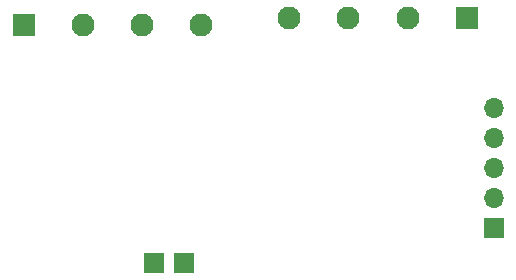
<source format=gbr>
%TF.GenerationSoftware,KiCad,Pcbnew,8.0.3*%
%TF.CreationDate,2024-08-07T15:39:49+03:00*%
%TF.ProjectId,Thermometer Schematic,54686572-6d6f-46d6-9574-657220536368,rev?*%
%TF.SameCoordinates,Original*%
%TF.FileFunction,Soldermask,Bot*%
%TF.FilePolarity,Negative*%
%FSLAX46Y46*%
G04 Gerber Fmt 4.6, Leading zero omitted, Abs format (unit mm)*
G04 Created by KiCad (PCBNEW 8.0.3) date 2024-08-07 15:39:49*
%MOMM*%
%LPD*%
G01*
G04 APERTURE LIST*
%ADD10R,1.700000X1.700000*%
%ADD11R,1.950000X1.950000*%
%ADD12C,1.950000*%
%ADD13O,1.700000X1.700000*%
G04 APERTURE END LIST*
D10*
%TO.C,J5*%
X93980000Y-103718000D03*
%TD*%
D11*
%TO.C,J4*%
X120421400Y-82931000D03*
D12*
X115421400Y-82931000D03*
X110421400Y-82931000D03*
X105421400Y-82931000D03*
%TD*%
D11*
%TO.C,J3*%
X82934800Y-83515200D03*
D12*
X87934800Y-83515200D03*
X92934800Y-83515200D03*
X97934800Y-83515200D03*
%TD*%
D10*
%TO.C,J6*%
X96520000Y-103718000D03*
%TD*%
%TO.C,J2*%
X122720000Y-100710000D03*
D13*
X122720000Y-98170000D03*
X122720000Y-95630000D03*
X122720000Y-93090000D03*
X122720000Y-90550000D03*
%TD*%
M02*

</source>
